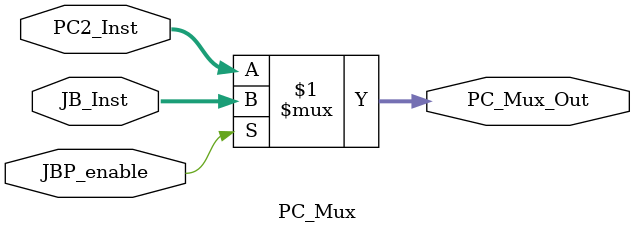
<source format=v>
module PC_Mux(
    input [15:0] JB_Inst,
    input [15:0] PC2_Inst,
    input JBP_enable,
    output [15:0] PC_Mux_Out
    );
    
    
		assign PC_Mux_Out  = (JBP_enable) ? JB_Inst : PC2_Inst;
	
    
endmodule

</source>
